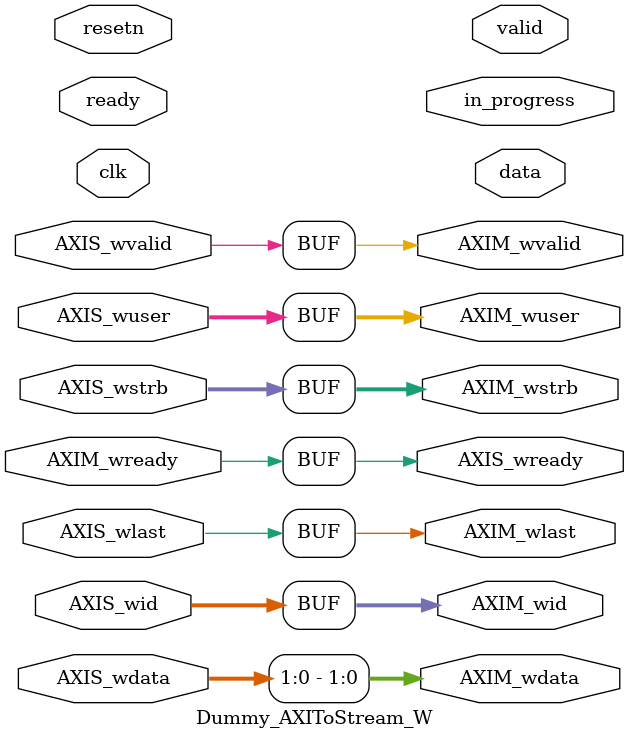
<source format=sv>
`timescale 1ns / 1ps

module Dummy_AXIToStream_W # (
    parameter DATA_WIDTH = 128,
    parameter ADDR_WIDTH = 64,
    parameter ID_WIDTH = 32,
    parameter BURST_LEN = 8,
    parameter LOCK_WIDTH = 2,
    parameter USER_WIDTH = 64
) (
    input  wire                  clk,
    //negative edge synchronous reset, active low, synchronous to the clk
    input  wire                  resetn,
    // when this ready is high we can start the transaction, otherwise we have to wait
    input  wire                  ready,
    //module output pins
    // high when this submodule has valid data to be streamed
    output wire                  valid,
    // high when this submodule is streaming data (to block the other submodules from streaming data at the same time)
    output wire                  in_progress,
    // the data to be streamed
    output wire [DATA_WIDTH-1:0] data,
    // AXI master (output wire) Interface, will forward the AXIS transaction to destination
    output wire [    ID_WIDTH-1:0] AXIM_wid,
    output wire [             1:0] AXIM_wdata,
    output wire [DATA_WIDTH/8-1:0] AXIM_wstrb,
    output wire                    AXIM_wlast,
    output wire [  USER_WIDTH-1:0] AXIM_wuser,
    output wire                    AXIM_wvalid,
    input  wire                    AXIM_wready,
    // AXI Slave (input wire) interface
    input wire [    ID_WIDTH-1:0] AXIS_wid,
    input wire [DATA_WIDTH-1:0] AXIS_wdata,
    input wire [DATA_WIDTH/8-1:0] AXIS_wstrb,
    input wire                    AXIS_wlast,
    input wire [  USER_WIDTH-1:0] AXIS_wuser,
    input wire                    AXIS_wvalid,
    output  wire                  AXIS_wready
);


assign AXIM_wid = AXIS_wid;
assign AXIM_wdata = AXIS_wdata;
assign AXIM_wuser = AXIS_wuser;
assign AXIM_wlast = AXIS_wlast;
assign AXIM_wstrb = AXIS_wstrb;
assign AXIM_wvalid = AXIS_wvalid;
assign AXIM_wready = AXIS_wready;


endmodule
</source>
